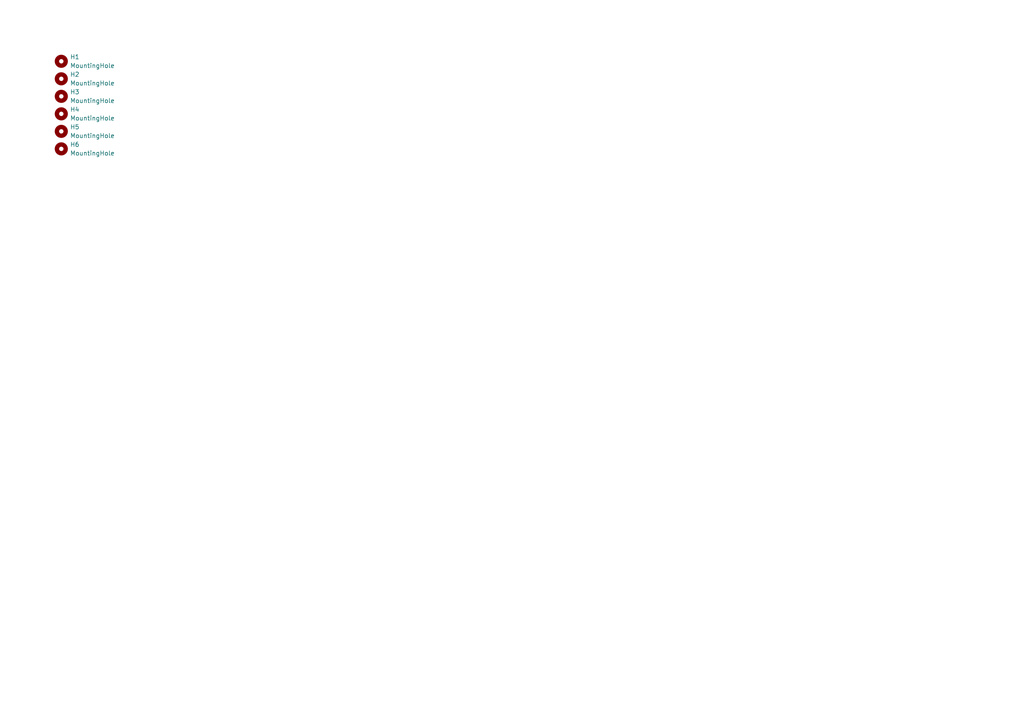
<source format=kicad_sch>
(kicad_sch (version 20231120) (generator "eeschema") (generator_version "8.0")
  (paper "A4")
  (lib_symbols
    (symbol "Mechanical:MountingHole" (pin_names (offset 1.016)) (exclude_from_sim yes) (in_bom no)
      (property "Reference" "H" (at 0 5.08 0))
      (property "Value" "MountingHole" (at 0 3.175 0))
      (symbol "MountingHole_0_1"
        (circle (center 0 0) (radius 1.27) (stroke (width 1.27)))
      )
    )
  )
  (symbol (lib_id "Mechanical:MountingHole") (at 17.78 17.78 0) (unit 1) (exclude_from_sim yes) (in_bom no)
    (property "Reference" "H1" (at 20.32 16.5099 0) (effects (justify left)))
    (property "Value" "MountingHole" (at 20.32 19.0499 0) (effects (justify left)))
    (property "Footprint" "MountingHole:MountingHole_2.2mm_M2" (effects (hide yes)))
    (property "Description" "Mounting Hole without connection" (effects (hide yes)))
  )
  (symbol (lib_id "Mechanical:MountingHole") (at 17.78 22.86 0) (unit 1) (exclude_from_sim yes) (in_bom no)
    (property "Reference" "H2" (at 20.32 21.5899 0) (effects (justify left)))
    (property "Value" "MountingHole" (at 20.32 24.1299 0) (effects (justify left)))
    (property "Footprint" "MountingHole:MountingHole_2.2mm_M2" (effects (hide yes)))
    (property "Description" "Mounting Hole without connection" (effects (hide yes)))
  )
  (symbol (lib_id "Mechanical:MountingHole") (at 17.78 33.02 0) (unit 1) (exclude_from_sim yes) (in_bom no)
    (property "Reference" "H4" (at 20.32 31.7499 0) (effects (justify left)))
    (property "Value" "MountingHole" (at 20.32 34.2899 0) (effects (justify left)))
    (property "Footprint" "MountingHole:MountingHole_2.2mm_M2" (effects (hide yes)))
    (property "Description" "Mounting Hole without connection" (effects (hide yes)))
  )
  (symbol (lib_id "Mechanical:MountingHole") (at 17.78 43.18 0) (unit 1) (exclude_from_sim yes) (in_bom no)
    (property "Reference" "H6" (at 20.32 41.9099 0) (effects (justify left)))
    (property "Value" "MountingHole" (at 20.32 44.4499 0) (effects (justify left)))
    (property "Footprint" "MountingHole:MountingHole_2.2mm_M2" (effects (hide yes)))
    (property "Description" "Mounting Hole without connection" (effects (hide yes)))
  )
  (symbol (lib_id "Mechanical:MountingHole") (at 17.78 27.94 0) (unit 1) (exclude_from_sim yes) (in_bom no)
    (property "Reference" "H3" (at 20.32 26.6699 0) (effects (justify left)))
    (property "Value" "MountingHole" (at 20.32 29.2099 0) (effects (justify left)))
    (property "Footprint" "MountingHole:MountingHole_2.2mm_M2" (effects (hide yes)))
    (property "Description" "Mounting Hole without connection" (effects (hide yes)))
  )
  (symbol (lib_id "Mechanical:MountingHole") (at 17.78 38.1 0) (unit 1) (exclude_from_sim yes) (in_bom no)
    (property "Reference" "H5" (at 20.32 36.8299 0) (effects (justify left)))
    (property "Value" "MountingHole" (at 20.32 39.3699 0) (effects (justify left)))
    (property "Footprint" "MountingHole:MountingHole_2.2mm_M2" (effects (hide yes)))
    (property "Description" "Mounting Hole without connection" (effects (hide yes)))
  )
)
</source>
